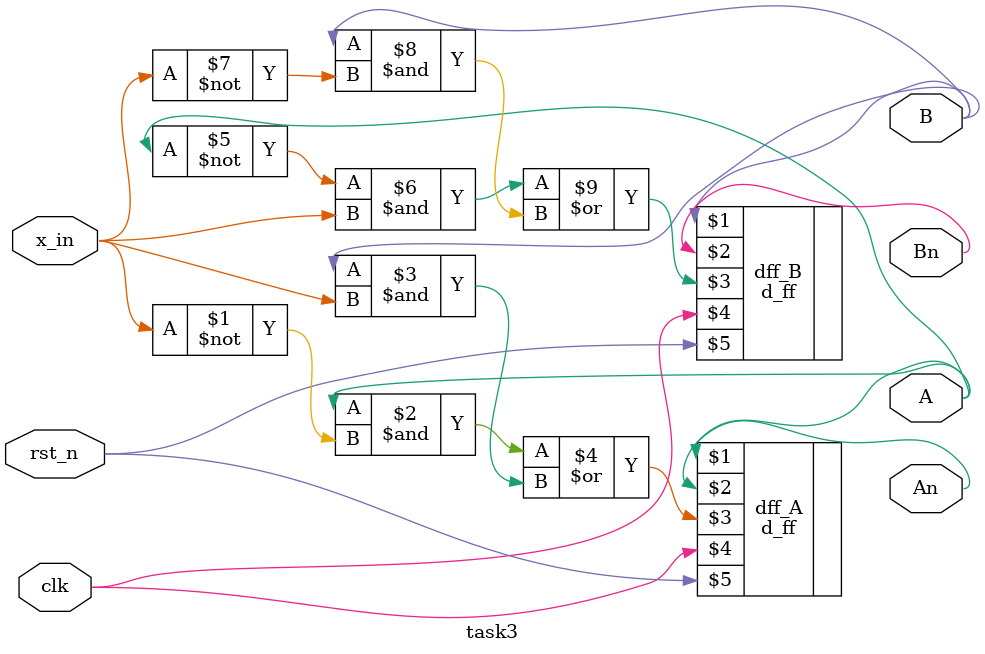
<source format=v>
`timescale 1ns / 1ps

module task3(output A, B, An, Bn, input x_in, clk, rst_n);
    d_ff dff_A(A, An, A&(~x_in)|B&(x_in), clk, rst_n); 
    d_ff dff_B(B, Bn, ~A&(x_in)|B&(~x_in), clk, rst_n); 
endmodule 

</source>
